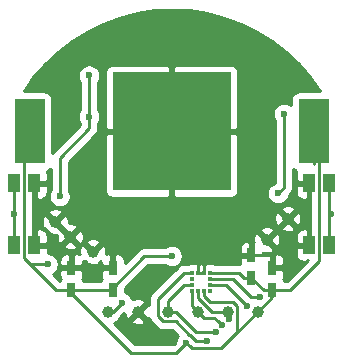
<source format=gtl>
G04 #@! TF.GenerationSoftware,KiCad,Pcbnew,5.1.5*
G04 #@! TF.CreationDate,2020-03-31T20:49:17+02:00*
G04 #@! TF.ProjectId,Watch,57617463-682e-46b6-9963-61645f706362,rev?*
G04 #@! TF.SameCoordinates,Original*
G04 #@! TF.FileFunction,Copper,L1,Top*
G04 #@! TF.FilePolarity,Positive*
%FSLAX46Y46*%
G04 Gerber Fmt 4.6, Leading zero omitted, Abs format (unit mm)*
G04 Created by KiCad (PCBNEW 5.1.5) date 2020-03-31 20:49:17*
%MOMM*%
%LPD*%
G04 APERTURE LIST*
%ADD10C,1.000000*%
%ADD11R,0.300000X0.350000*%
%ADD12R,2.500000X5.500000*%
%ADD13R,10.000000X10.000000*%
%ADD14R,0.750000X1.200000*%
%ADD15R,1.000000X1.550000*%
%ADD16C,0.600000*%
%ADD17C,0.250000*%
%ADD18C,0.254000*%
G04 APERTURE END LIST*
D10*
X145542000Y-105664000D03*
X147320000Y-103886000D03*
X130810000Y-106680000D03*
X128905000Y-105410000D03*
X127635000Y-104140000D03*
D11*
X139250000Y-110000000D03*
X139750000Y-110000000D03*
X140250000Y-110000000D03*
X140750000Y-110000000D03*
X140775000Y-109475000D03*
X140775000Y-108975000D03*
X140750000Y-108450000D03*
X140250000Y-108450000D03*
X139750000Y-108450000D03*
X139250000Y-108450000D03*
X139225000Y-108975000D03*
X139225000Y-109475000D03*
D12*
X149500000Y-96500000D03*
X125500000Y-96500000D03*
D13*
X137500000Y-96500000D03*
D14*
X146000000Y-109950000D03*
X146000000Y-108050000D03*
X144250000Y-108900000D03*
X144250000Y-107000000D03*
X132500000Y-109950000D03*
X132500000Y-108050000D03*
X129000000Y-109950000D03*
X129000000Y-108050000D03*
D10*
X139700000Y-111760000D03*
X137160000Y-111760000D03*
X132080000Y-111760000D03*
X144780000Y-111760000D03*
X142240000Y-111760000D03*
X134620000Y-111760000D03*
D15*
X149150000Y-106125000D03*
X149150000Y-100875000D03*
X150850000Y-100875000D03*
X150850000Y-106125000D03*
X125850000Y-100875000D03*
X125850000Y-106125000D03*
X124150000Y-106125000D03*
X124150000Y-100875000D03*
D16*
X127000000Y-107750000D03*
X137500000Y-107050008D03*
X138742557Y-114374981D03*
X134500000Y-104750000D03*
X137691949Y-114374990D03*
X146500000Y-101750000D03*
X147000000Y-95000000D03*
X128000000Y-102000000D03*
X130500000Y-91750000D03*
X130500000Y-95250000D03*
X141737984Y-112884613D03*
X141220702Y-113454996D03*
X133250000Y-111000000D03*
X142354676Y-112375010D03*
X151000000Y-103500000D03*
X124150000Y-103500000D03*
X143889636Y-111304735D03*
X145000000Y-110500000D03*
X140500000Y-114250000D03*
D17*
X127000000Y-107750000D02*
X125500000Y-107750000D01*
X129000000Y-109950000D02*
X127700000Y-109950000D01*
X125000000Y-107250000D02*
X125000000Y-97000000D01*
X127700000Y-109950000D02*
X125500000Y-107750000D01*
X125500000Y-107750000D02*
X125000000Y-107250000D01*
X125000000Y-97000000D02*
X125500000Y-96500000D01*
X146000000Y-109950000D02*
X147550000Y-109950000D01*
X150000000Y-107500000D02*
X150000000Y-97000000D01*
X147550000Y-109950000D02*
X150000000Y-107500000D01*
X150000000Y-97000000D02*
X149500000Y-96500000D01*
X129000000Y-109950000D02*
X132500000Y-109950000D01*
X149500000Y-96500000D02*
X149500000Y-99250000D01*
X146000000Y-110540000D02*
X146000000Y-109950000D01*
X144780000Y-111760000D02*
X146000000Y-110540000D01*
X145300000Y-109950000D02*
X144250000Y-108900000D01*
X146000000Y-109950000D02*
X145300000Y-109950000D01*
X141150000Y-108450000D02*
X140750000Y-108450000D01*
X143175000Y-108450000D02*
X141150000Y-108450000D01*
X143625000Y-108900000D02*
X143175000Y-108450000D01*
X144250000Y-108900000D02*
X143625000Y-108900000D01*
X138442558Y-114674980D02*
X138742557Y-114374981D01*
X137867538Y-115250000D02*
X138442558Y-114674980D01*
X129000000Y-109950000D02*
X129000000Y-110175000D01*
X134075000Y-115250000D02*
X137867538Y-115250000D01*
X139042556Y-114674980D02*
X138742557Y-114374981D01*
X139242586Y-114875010D02*
X139042556Y-114674980D01*
X141664990Y-114875010D02*
X139242586Y-114875010D01*
X129000000Y-110175000D02*
X134075000Y-115250000D01*
X140759999Y-110934999D02*
X142684999Y-110934999D01*
X140250000Y-110000000D02*
X140250000Y-110425000D01*
X140250000Y-110425000D02*
X140759999Y-110934999D01*
X143065001Y-111315001D02*
X143065001Y-113474999D01*
X143065001Y-113474999D02*
X141664990Y-114875010D01*
X142684999Y-110934999D02*
X143065001Y-111315001D01*
X143065001Y-113474999D02*
X144780000Y-111760000D01*
X132500000Y-109725000D02*
X132500000Y-109950000D01*
X135174992Y-107050008D02*
X132500000Y-109725000D01*
X135174992Y-107050008D02*
X137500000Y-107050008D01*
X137234990Y-114374990D02*
X137267685Y-114374990D01*
X134620000Y-111760000D02*
X137234990Y-114374990D01*
X137267685Y-114374990D02*
X137691949Y-114374990D01*
X140250000Y-108450000D02*
X139750000Y-108450000D01*
X139750000Y-108450000D02*
X139750000Y-106250000D01*
X138250000Y-104750000D02*
X139750000Y-106250000D01*
X134500000Y-104750000D02*
X138250000Y-104750000D01*
X140250000Y-106750000D02*
X139750000Y-106250000D01*
X140250000Y-108450000D02*
X140250000Y-106750000D01*
X146000000Y-107000000D02*
X146000000Y-108050000D01*
X144250000Y-107000000D02*
X146000000Y-107000000D01*
X147000000Y-95000000D02*
X147000000Y-101250000D01*
X147000000Y-101250000D02*
X146500000Y-101750000D01*
X130500000Y-95250000D02*
X130500000Y-96250000D01*
X128000000Y-98750000D02*
X128000000Y-102000000D01*
X130500000Y-96250000D02*
X128000000Y-98750000D01*
X130500000Y-91750000D02*
X130500000Y-95250000D01*
X139250000Y-111310000D02*
X139700000Y-111760000D01*
X139250000Y-110275000D02*
X139250000Y-111310000D01*
X139250000Y-110275000D02*
X139250000Y-110000000D01*
X139700000Y-111760000D02*
X140199999Y-112259999D01*
X141113370Y-112259999D02*
X141437985Y-112584614D01*
X140199999Y-112259999D02*
X141113370Y-112259999D01*
X141437985Y-112584614D02*
X141737984Y-112884613D01*
X137160000Y-111760000D02*
X137160000Y-110840000D01*
X138525000Y-109475000D02*
X139225000Y-109475000D01*
X137160000Y-110840000D02*
X138525000Y-109475000D01*
X137160000Y-111760000D02*
X137867106Y-111760000D01*
X137867106Y-111760000D02*
X139562102Y-113454996D01*
X140796438Y-113454996D02*
X141220702Y-113454996D01*
X139562102Y-113454996D02*
X140796438Y-113454996D01*
X133250000Y-111000000D02*
X132490000Y-111760000D01*
X132490000Y-111760000D02*
X132080000Y-111760000D01*
X141532894Y-111760000D02*
X142240000Y-111760000D01*
X140921002Y-111760000D02*
X141532894Y-111760000D01*
X139750000Y-110000000D02*
X139750000Y-110588998D01*
X139750000Y-110588998D02*
X140921002Y-111760000D01*
X142354676Y-111874676D02*
X142354676Y-111950746D01*
X142240000Y-111760000D02*
X142354676Y-111874676D01*
X142354676Y-111950746D02*
X142354676Y-112375010D01*
X150850000Y-103500000D02*
X151000000Y-103500000D01*
X150850000Y-106125000D02*
X150850000Y-103500000D01*
X150850000Y-103500000D02*
X150850000Y-100875000D01*
X124150000Y-100875000D02*
X124150000Y-103500000D01*
X124150000Y-103500000D02*
X124150000Y-106125000D01*
X142059901Y-109475000D02*
X143589637Y-111004736D01*
X140775000Y-109475000D02*
X142059901Y-109475000D01*
X143589637Y-111004736D02*
X143889636Y-111304735D01*
X142725000Y-108975000D02*
X140775000Y-108975000D01*
X144250000Y-110500000D02*
X142725000Y-108975000D01*
X145000000Y-110500000D02*
X144250000Y-110500000D01*
X138550000Y-108450000D02*
X139250000Y-108450000D01*
X139542580Y-114250000D02*
X139042559Y-113749979D01*
X136334999Y-112156001D02*
X136334999Y-110665001D01*
X136334999Y-110665001D02*
X138550000Y-108450000D01*
X139042559Y-113749979D02*
X138999979Y-113749979D01*
X136763999Y-112585001D02*
X136334999Y-112156001D01*
X137835001Y-112585001D02*
X136763999Y-112585001D01*
X138999979Y-113749979D02*
X137835001Y-112585001D01*
X139542580Y-114250000D02*
X140500000Y-114250000D01*
D18*
G36*
X138999013Y-86259005D02*
G01*
X140482643Y-86486289D01*
X141935668Y-86862503D01*
X143343177Y-87383787D01*
X144690727Y-88044792D01*
X145964490Y-88838735D01*
X147151396Y-89757469D01*
X148239266Y-90791566D01*
X149216937Y-91930416D01*
X150039294Y-93111928D01*
X148250000Y-93111928D01*
X148125518Y-93124188D01*
X148005820Y-93160498D01*
X147895506Y-93219463D01*
X147798815Y-93298815D01*
X147719463Y-93395506D01*
X147660498Y-93505820D01*
X147624188Y-93625518D01*
X147611928Y-93750000D01*
X147611928Y-94289638D01*
X147596028Y-94273738D01*
X147442889Y-94171414D01*
X147272729Y-94100932D01*
X147092089Y-94065000D01*
X146907911Y-94065000D01*
X146727271Y-94100932D01*
X146557111Y-94171414D01*
X146403972Y-94273738D01*
X146273738Y-94403972D01*
X146171414Y-94557111D01*
X146100932Y-94727271D01*
X146065000Y-94907911D01*
X146065000Y-95092089D01*
X146100932Y-95272729D01*
X146171414Y-95442889D01*
X146240000Y-95545536D01*
X146240001Y-100848400D01*
X146227271Y-100850932D01*
X146057111Y-100921414D01*
X145903972Y-101023738D01*
X145773738Y-101153972D01*
X145671414Y-101307111D01*
X145600932Y-101477271D01*
X145565000Y-101657911D01*
X145565000Y-101842089D01*
X145600932Y-102022729D01*
X145671414Y-102192889D01*
X145773738Y-102346028D01*
X145903972Y-102476262D01*
X146057111Y-102578586D01*
X146227271Y-102649068D01*
X146407911Y-102685000D01*
X146592089Y-102685000D01*
X146772729Y-102649068D01*
X146942889Y-102578586D01*
X147096028Y-102476262D01*
X147226262Y-102346028D01*
X147328586Y-102192889D01*
X147399068Y-102022729D01*
X147423153Y-101901648D01*
X147510997Y-101813804D01*
X147540001Y-101790001D01*
X147634974Y-101674276D01*
X147647949Y-101650000D01*
X148011928Y-101650000D01*
X148024188Y-101774482D01*
X148060498Y-101894180D01*
X148119463Y-102004494D01*
X148198815Y-102101185D01*
X148295506Y-102180537D01*
X148405820Y-102239502D01*
X148525518Y-102275812D01*
X148650000Y-102288072D01*
X148864250Y-102285000D01*
X149023000Y-102126250D01*
X149023000Y-101002000D01*
X148173750Y-101002000D01*
X148015000Y-101160750D01*
X148011928Y-101650000D01*
X147647949Y-101650000D01*
X147705546Y-101542247D01*
X147749003Y-101398986D01*
X147760000Y-101287333D01*
X147760000Y-101287325D01*
X147763676Y-101250000D01*
X147760000Y-101212675D01*
X147760000Y-99653889D01*
X147798815Y-99701185D01*
X147895506Y-99780537D01*
X148005820Y-99839502D01*
X148060423Y-99856066D01*
X148024188Y-99975518D01*
X148011928Y-100100000D01*
X148015000Y-100589250D01*
X148173750Y-100748000D01*
X149023000Y-100748000D01*
X149023000Y-100728000D01*
X149240001Y-100728000D01*
X149240000Y-106272000D01*
X149023000Y-106272000D01*
X149023000Y-106252000D01*
X148173750Y-106252000D01*
X148015000Y-106410750D01*
X148011928Y-106900000D01*
X148024188Y-107024482D01*
X148060498Y-107144180D01*
X148119463Y-107254494D01*
X148198815Y-107351185D01*
X148295506Y-107430537D01*
X148405820Y-107489502D01*
X148525518Y-107525812D01*
X148650000Y-107538072D01*
X148864250Y-107535000D01*
X149022998Y-107376252D01*
X149022998Y-107402200D01*
X147235199Y-109190000D01*
X146990038Y-109190000D01*
X146964502Y-109105820D01*
X146907939Y-109000000D01*
X146964502Y-108894180D01*
X147000812Y-108774482D01*
X147013072Y-108650000D01*
X147010000Y-108335750D01*
X146851250Y-108177000D01*
X146127000Y-108177000D01*
X146127000Y-108197000D01*
X145873000Y-108197000D01*
X145873000Y-108177000D01*
X145853000Y-108177000D01*
X145853000Y-107923000D01*
X145873000Y-107923000D01*
X145873000Y-106973750D01*
X146127000Y-106973750D01*
X146127000Y-107923000D01*
X146851250Y-107923000D01*
X147010000Y-107764250D01*
X147013072Y-107450000D01*
X147000812Y-107325518D01*
X146964502Y-107205820D01*
X146905537Y-107095506D01*
X146826185Y-106998815D01*
X146729494Y-106919463D01*
X146619180Y-106860498D01*
X146499482Y-106824188D01*
X146375000Y-106811928D01*
X146285750Y-106815000D01*
X146127000Y-106973750D01*
X145873000Y-106973750D01*
X145714250Y-106815000D01*
X145625000Y-106811928D01*
X145500518Y-106824188D01*
X145380820Y-106860498D01*
X145270506Y-106919463D01*
X145260000Y-106928085D01*
X145260000Y-106872998D01*
X145101252Y-106872998D01*
X145219505Y-106754745D01*
X145400905Y-106795731D01*
X145624406Y-106801511D01*
X145844740Y-106763577D01*
X146053440Y-106683387D01*
X146105450Y-106655588D01*
X146140561Y-106442166D01*
X145542000Y-105843605D01*
X145527858Y-105857748D01*
X145348253Y-105678143D01*
X145362395Y-105664000D01*
X145721605Y-105664000D01*
X146320166Y-106262561D01*
X146533588Y-106227450D01*
X146624458Y-106023174D01*
X146673731Y-105805095D01*
X146679511Y-105581594D01*
X146641577Y-105361260D01*
X146637251Y-105350000D01*
X148011928Y-105350000D01*
X148015000Y-105839250D01*
X148173750Y-105998000D01*
X149023000Y-105998000D01*
X149023000Y-104873750D01*
X148864250Y-104715000D01*
X148650000Y-104711928D01*
X148525518Y-104724188D01*
X148405820Y-104760498D01*
X148295506Y-104819463D01*
X148198815Y-104898815D01*
X148119463Y-104995506D01*
X148060498Y-105105820D01*
X148024188Y-105225518D01*
X148011928Y-105350000D01*
X146637251Y-105350000D01*
X146561387Y-105152560D01*
X146533588Y-105100550D01*
X146320166Y-105065439D01*
X145721605Y-105664000D01*
X145362395Y-105664000D01*
X144763834Y-105065439D01*
X144550412Y-105100550D01*
X144459542Y-105304826D01*
X144410269Y-105522905D01*
X144404489Y-105746406D01*
X144426499Y-105874251D01*
X144377000Y-105923750D01*
X144377000Y-106873000D01*
X144397000Y-106873000D01*
X144397000Y-107127000D01*
X144377000Y-107127000D01*
X144377000Y-107147000D01*
X144123000Y-107147000D01*
X144123000Y-107127000D01*
X143398750Y-107127000D01*
X143240000Y-107285750D01*
X143236928Y-107600000D01*
X143246120Y-107693328D01*
X143212333Y-107690000D01*
X143212322Y-107690000D01*
X143175000Y-107686324D01*
X143137678Y-107690000D01*
X141152603Y-107690000D01*
X141144180Y-107685498D01*
X141024482Y-107649188D01*
X140900000Y-107636928D01*
X140600000Y-107636928D01*
X140493571Y-107647410D01*
X140431750Y-107640000D01*
X140399503Y-107672247D01*
X140355820Y-107685498D01*
X140248420Y-107742905D01*
X140163045Y-107693671D01*
X140100840Y-107672590D01*
X140068250Y-107640000D01*
X140000000Y-107648181D01*
X139931750Y-107640000D01*
X139899160Y-107672590D01*
X139836955Y-107693671D01*
X139751580Y-107742905D01*
X139644180Y-107685498D01*
X139600497Y-107672247D01*
X139568250Y-107640000D01*
X139506429Y-107647410D01*
X139400000Y-107636928D01*
X139100000Y-107636928D01*
X138975518Y-107649188D01*
X138855820Y-107685498D01*
X138847397Y-107690000D01*
X138587322Y-107690000D01*
X138549999Y-107686324D01*
X138512676Y-107690000D01*
X138512667Y-107690000D01*
X138401014Y-107700997D01*
X138257753Y-107744454D01*
X138125724Y-107815026D01*
X138125722Y-107815027D01*
X138125723Y-107815027D01*
X138038996Y-107886201D01*
X138038992Y-107886205D01*
X138009999Y-107909999D01*
X137986205Y-107938992D01*
X135823997Y-110101202D01*
X135794999Y-110125000D01*
X135771201Y-110153998D01*
X135771200Y-110153999D01*
X135700025Y-110240725D01*
X135629453Y-110372755D01*
X135608771Y-110440937D01*
X135585997Y-110516015D01*
X135583635Y-110540000D01*
X135571323Y-110665001D01*
X135575000Y-110702333D01*
X135575000Y-111190531D01*
X135398166Y-111161439D01*
X134799605Y-111760000D01*
X135398166Y-112358561D01*
X135592547Y-112326583D01*
X135625743Y-112436015D01*
X135629453Y-112448247D01*
X135700025Y-112580277D01*
X135735644Y-112623678D01*
X135794998Y-112696002D01*
X135824002Y-112719805D01*
X136200195Y-113095998D01*
X136223998Y-113125002D01*
X136293776Y-113182267D01*
X136339723Y-113219975D01*
X136471752Y-113290547D01*
X136615013Y-113334004D01*
X136763999Y-113348678D01*
X136801332Y-113345001D01*
X137520200Y-113345001D01*
X137991404Y-113816205D01*
X137913971Y-113932092D01*
X137843489Y-114102252D01*
X137819404Y-114223332D01*
X137552737Y-114490000D01*
X134389802Y-114490000D01*
X132646399Y-112746597D01*
X132803520Y-112641612D01*
X132906966Y-112538166D01*
X134021439Y-112538166D01*
X134056550Y-112751588D01*
X134260826Y-112842458D01*
X134478905Y-112891731D01*
X134702406Y-112897511D01*
X134922740Y-112859577D01*
X135131440Y-112779387D01*
X135183450Y-112751588D01*
X135218561Y-112538166D01*
X134620000Y-111939605D01*
X134021439Y-112538166D01*
X132906966Y-112538166D01*
X132961612Y-112483520D01*
X133085824Y-112297624D01*
X133127294Y-112197507D01*
X133401649Y-111923153D01*
X133493254Y-111904931D01*
X133520423Y-112062740D01*
X133600613Y-112271440D01*
X133628412Y-112323450D01*
X133841834Y-112358561D01*
X134440395Y-111760000D01*
X134426253Y-111745858D01*
X134605858Y-111566253D01*
X134620000Y-111580395D01*
X135218561Y-110981834D01*
X135183450Y-110768412D01*
X134979174Y-110677542D01*
X134761095Y-110628269D01*
X134537594Y-110622489D01*
X134317260Y-110660423D01*
X134148274Y-110725354D01*
X134078586Y-110557111D01*
X133976262Y-110403972D01*
X133846028Y-110273738D01*
X133692889Y-110171414D01*
X133522729Y-110100932D01*
X133513072Y-110099011D01*
X133513072Y-109786729D01*
X135489794Y-107810008D01*
X136954465Y-107810008D01*
X137057111Y-107878594D01*
X137227271Y-107949076D01*
X137407911Y-107985008D01*
X137592089Y-107985008D01*
X137772729Y-107949076D01*
X137942889Y-107878594D01*
X138096028Y-107776270D01*
X138226262Y-107646036D01*
X138328586Y-107492897D01*
X138399068Y-107322737D01*
X138435000Y-107142097D01*
X138435000Y-106957919D01*
X138399068Y-106777279D01*
X138328586Y-106607119D01*
X138226262Y-106453980D01*
X138172282Y-106400000D01*
X143236928Y-106400000D01*
X143240000Y-106714250D01*
X143398750Y-106873000D01*
X144123000Y-106873000D01*
X144123000Y-105923750D01*
X143964250Y-105765000D01*
X143875000Y-105761928D01*
X143750518Y-105774188D01*
X143630820Y-105810498D01*
X143520506Y-105869463D01*
X143423815Y-105948815D01*
X143344463Y-106045506D01*
X143285498Y-106155820D01*
X143249188Y-106275518D01*
X143236928Y-106400000D01*
X138172282Y-106400000D01*
X138096028Y-106323746D01*
X137942889Y-106221422D01*
X137772729Y-106150940D01*
X137592089Y-106115008D01*
X137407911Y-106115008D01*
X137227271Y-106150940D01*
X137057111Y-106221422D01*
X136954465Y-106290008D01*
X135212315Y-106290008D01*
X135174992Y-106286332D01*
X135137669Y-106290008D01*
X135137659Y-106290008D01*
X135026006Y-106301005D01*
X134882745Y-106344462D01*
X134750715Y-106415034D01*
X134703260Y-106453980D01*
X134634991Y-106510007D01*
X134611193Y-106539005D01*
X133511225Y-107638974D01*
X133513072Y-107450000D01*
X133500812Y-107325518D01*
X133464502Y-107205820D01*
X133405537Y-107095506D01*
X133326185Y-106998815D01*
X133229494Y-106919463D01*
X133119180Y-106860498D01*
X132999482Y-106824188D01*
X132875000Y-106811928D01*
X132785750Y-106815000D01*
X132627000Y-106973750D01*
X132627000Y-107923000D01*
X132647000Y-107923000D01*
X132647000Y-108177000D01*
X132627000Y-108177000D01*
X132627000Y-108197000D01*
X132373000Y-108197000D01*
X132373000Y-108177000D01*
X131648750Y-108177000D01*
X131490000Y-108335750D01*
X131486928Y-108650000D01*
X131499188Y-108774482D01*
X131535498Y-108894180D01*
X131592061Y-109000000D01*
X131535498Y-109105820D01*
X131509962Y-109190000D01*
X129990038Y-109190000D01*
X129964502Y-109105820D01*
X129907939Y-109000000D01*
X129964502Y-108894180D01*
X130000812Y-108774482D01*
X130013072Y-108650000D01*
X130010000Y-108335750D01*
X129851250Y-108177000D01*
X129127000Y-108177000D01*
X129127000Y-108197000D01*
X128873000Y-108197000D01*
X128873000Y-108177000D01*
X128148750Y-108177000D01*
X127990000Y-108335750D01*
X127986928Y-108650000D01*
X127999188Y-108774482D01*
X128035498Y-108894180D01*
X128092061Y-109000000D01*
X128035498Y-109105820D01*
X128011089Y-109186287D01*
X127414957Y-108590156D01*
X127442889Y-108578586D01*
X127596028Y-108476262D01*
X127726262Y-108346028D01*
X127828586Y-108192889D01*
X127899068Y-108022729D01*
X127935000Y-107842089D01*
X127935000Y-107657911D01*
X127899068Y-107477271D01*
X127887773Y-107450000D01*
X127986928Y-107450000D01*
X127990000Y-107764250D01*
X128148750Y-107923000D01*
X128873000Y-107923000D01*
X128873000Y-106973750D01*
X129127000Y-106973750D01*
X129127000Y-107923000D01*
X129851250Y-107923000D01*
X130010000Y-107764250D01*
X130012635Y-107494665D01*
X130093789Y-107575819D01*
X130211439Y-107458169D01*
X130246550Y-107671588D01*
X130450826Y-107762458D01*
X130668905Y-107811731D01*
X130892406Y-107817511D01*
X131112740Y-107779577D01*
X131321440Y-107699387D01*
X131373450Y-107671588D01*
X131408561Y-107458169D01*
X131487782Y-107537390D01*
X131490000Y-107764250D01*
X131648750Y-107923000D01*
X132373000Y-107923000D01*
X132373000Y-106973750D01*
X132214250Y-106815000D01*
X132125000Y-106811928D01*
X132000518Y-106824188D01*
X131936655Y-106843561D01*
X131941731Y-106821095D01*
X131947511Y-106597594D01*
X131909577Y-106377260D01*
X131829387Y-106168560D01*
X131801588Y-106116550D01*
X131588166Y-106081439D01*
X130989605Y-106680000D01*
X131003748Y-106694143D01*
X130824143Y-106873748D01*
X130810000Y-106859605D01*
X130795858Y-106873748D01*
X130616253Y-106694143D01*
X130630395Y-106680000D01*
X130031834Y-106081439D01*
X129818412Y-106116550D01*
X129727542Y-106320826D01*
X129678269Y-106538905D01*
X129672489Y-106762406D01*
X129696492Y-106901823D01*
X129619180Y-106860498D01*
X129499482Y-106824188D01*
X129375000Y-106811928D01*
X129285750Y-106815000D01*
X129127000Y-106973750D01*
X128873000Y-106973750D01*
X128714250Y-106815000D01*
X128625000Y-106811928D01*
X128500518Y-106824188D01*
X128380820Y-106860498D01*
X128270506Y-106919463D01*
X128173815Y-106998815D01*
X128094463Y-107095506D01*
X128035498Y-107205820D01*
X127999188Y-107325518D01*
X127986928Y-107450000D01*
X127887773Y-107450000D01*
X127828586Y-107307111D01*
X127726262Y-107153972D01*
X127596028Y-107023738D01*
X127442889Y-106921414D01*
X127272729Y-106850932D01*
X127092089Y-106815000D01*
X126987538Y-106815000D01*
X126985000Y-106410750D01*
X126826250Y-106252000D01*
X125977000Y-106252000D01*
X125977000Y-106272000D01*
X125760000Y-106272000D01*
X125760000Y-106188166D01*
X128306439Y-106188166D01*
X128341550Y-106401588D01*
X128545826Y-106492458D01*
X128763905Y-106541731D01*
X128987406Y-106547511D01*
X129207740Y-106509577D01*
X129416440Y-106429387D01*
X129468450Y-106401588D01*
X129503561Y-106188166D01*
X128905000Y-105589605D01*
X128306439Y-106188166D01*
X125760000Y-106188166D01*
X125760000Y-104873750D01*
X125977000Y-104873750D01*
X125977000Y-105998000D01*
X126826250Y-105998000D01*
X126985000Y-105839250D01*
X126988072Y-105350000D01*
X126975812Y-105225518D01*
X126939502Y-105105820D01*
X126882904Y-104999934D01*
X126918789Y-105035819D01*
X127036439Y-104918169D01*
X127071550Y-105131588D01*
X127275826Y-105222458D01*
X127493905Y-105271731D01*
X127717406Y-105277511D01*
X127773507Y-105267852D01*
X127773269Y-105268905D01*
X127767489Y-105492406D01*
X127805423Y-105712740D01*
X127885613Y-105921440D01*
X127913412Y-105973450D01*
X128126834Y-106008561D01*
X128725395Y-105410000D01*
X129084605Y-105410000D01*
X129683166Y-106008561D01*
X129896588Y-105973450D01*
X129928445Y-105901834D01*
X130211439Y-105901834D01*
X130810000Y-106500395D01*
X131408561Y-105901834D01*
X131373450Y-105688412D01*
X131169174Y-105597542D01*
X130951095Y-105548269D01*
X130727594Y-105542489D01*
X130507260Y-105580423D01*
X130298560Y-105660613D01*
X130246550Y-105688412D01*
X130211439Y-105901834D01*
X129928445Y-105901834D01*
X129987458Y-105769174D01*
X130036731Y-105551095D01*
X130042511Y-105327594D01*
X130004577Y-105107260D01*
X129924387Y-104898560D01*
X129917586Y-104885834D01*
X144943439Y-104885834D01*
X145542000Y-105484395D01*
X146140561Y-104885834D01*
X146105450Y-104672412D01*
X146086913Y-104664166D01*
X146721439Y-104664166D01*
X146756550Y-104877588D01*
X146960826Y-104968458D01*
X147178905Y-105017731D01*
X147402406Y-105023511D01*
X147622740Y-104985577D01*
X147831440Y-104905387D01*
X147883450Y-104877588D01*
X147918561Y-104664166D01*
X147320000Y-104065605D01*
X146721439Y-104664166D01*
X146086913Y-104664166D01*
X145901174Y-104581542D01*
X145683095Y-104532269D01*
X145459594Y-104526489D01*
X145239260Y-104564423D01*
X145030560Y-104644613D01*
X144978550Y-104672412D01*
X144943439Y-104885834D01*
X129917586Y-104885834D01*
X129896588Y-104846550D01*
X129683166Y-104811439D01*
X129084605Y-105410000D01*
X128725395Y-105410000D01*
X127635000Y-104319605D01*
X127620858Y-104333748D01*
X127441253Y-104154143D01*
X127455395Y-104140000D01*
X127814605Y-104140000D01*
X128905000Y-105230395D01*
X129503561Y-104631834D01*
X129468450Y-104418412D01*
X129264174Y-104327542D01*
X129046095Y-104278269D01*
X128822594Y-104272489D01*
X128766493Y-104282148D01*
X128766731Y-104281095D01*
X128772511Y-104057594D01*
X128757156Y-103968406D01*
X146182489Y-103968406D01*
X146220423Y-104188740D01*
X146300613Y-104397440D01*
X146328412Y-104449450D01*
X146541834Y-104484561D01*
X147140395Y-103886000D01*
X147499605Y-103886000D01*
X148098166Y-104484561D01*
X148311588Y-104449450D01*
X148402458Y-104245174D01*
X148451731Y-104027095D01*
X148457511Y-103803594D01*
X148419577Y-103583260D01*
X148339387Y-103374560D01*
X148311588Y-103322550D01*
X148098166Y-103287439D01*
X147499605Y-103886000D01*
X147140395Y-103886000D01*
X146541834Y-103287439D01*
X146328412Y-103322550D01*
X146237542Y-103526826D01*
X146188269Y-103744905D01*
X146182489Y-103968406D01*
X128757156Y-103968406D01*
X128734577Y-103837260D01*
X128654387Y-103628560D01*
X128626588Y-103576550D01*
X128413166Y-103541439D01*
X127814605Y-104140000D01*
X127455395Y-104140000D01*
X126856834Y-103541439D01*
X126643412Y-103576550D01*
X126552542Y-103780826D01*
X126503269Y-103998905D01*
X126497489Y-104222406D01*
X126535423Y-104442740D01*
X126615613Y-104651440D01*
X126643412Y-104703450D01*
X126856831Y-104738561D01*
X126743729Y-104851663D01*
X126704494Y-104819463D01*
X126594180Y-104760498D01*
X126474482Y-104724188D01*
X126350000Y-104711928D01*
X126135750Y-104715000D01*
X125977000Y-104873750D01*
X125760000Y-104873750D01*
X125760000Y-103361834D01*
X127036439Y-103361834D01*
X127635000Y-103960395D01*
X128233561Y-103361834D01*
X128198450Y-103148412D01*
X128107231Y-103107834D01*
X146721439Y-103107834D01*
X147320000Y-103706395D01*
X147918561Y-103107834D01*
X147883450Y-102894412D01*
X147679174Y-102803542D01*
X147461095Y-102754269D01*
X147237594Y-102748489D01*
X147017260Y-102786423D01*
X146808560Y-102866613D01*
X146756550Y-102894412D01*
X146721439Y-103107834D01*
X128107231Y-103107834D01*
X127994174Y-103057542D01*
X127776095Y-103008269D01*
X127552594Y-103002489D01*
X127332260Y-103040423D01*
X127123560Y-103120613D01*
X127071550Y-103148412D01*
X127036439Y-103361834D01*
X125760000Y-103361834D01*
X125760000Y-101002000D01*
X125977000Y-101002000D01*
X125977000Y-102126250D01*
X126135750Y-102285000D01*
X126350000Y-102288072D01*
X126474482Y-102275812D01*
X126594180Y-102239502D01*
X126704494Y-102180537D01*
X126801185Y-102101185D01*
X126880537Y-102004494D01*
X126939502Y-101894180D01*
X126975812Y-101774482D01*
X126988072Y-101650000D01*
X126985000Y-101160750D01*
X126826250Y-101002000D01*
X125977000Y-101002000D01*
X125760000Y-101002000D01*
X125760000Y-100728000D01*
X125977000Y-100728000D01*
X125977000Y-100748000D01*
X126826250Y-100748000D01*
X126985000Y-100589250D01*
X126988072Y-100100000D01*
X126975812Y-99975518D01*
X126939577Y-99856066D01*
X126994180Y-99839502D01*
X127104494Y-99780537D01*
X127201185Y-99701185D01*
X127240000Y-99653888D01*
X127240001Y-101454463D01*
X127171414Y-101557111D01*
X127100932Y-101727271D01*
X127065000Y-101907911D01*
X127065000Y-102092089D01*
X127100932Y-102272729D01*
X127171414Y-102442889D01*
X127273738Y-102596028D01*
X127403972Y-102726262D01*
X127557111Y-102828586D01*
X127727271Y-102899068D01*
X127907911Y-102935000D01*
X128092089Y-102935000D01*
X128272729Y-102899068D01*
X128442889Y-102828586D01*
X128596028Y-102726262D01*
X128726262Y-102596028D01*
X128828586Y-102442889D01*
X128899068Y-102272729D01*
X128935000Y-102092089D01*
X128935000Y-101907911D01*
X128899068Y-101727271D01*
X128828586Y-101557111D01*
X128790426Y-101500000D01*
X131861928Y-101500000D01*
X131874188Y-101624482D01*
X131910498Y-101744180D01*
X131969463Y-101854494D01*
X132048815Y-101951185D01*
X132145506Y-102030537D01*
X132255820Y-102089502D01*
X132375518Y-102125812D01*
X132500000Y-102138072D01*
X137214250Y-102135000D01*
X137373000Y-101976250D01*
X137373000Y-96627000D01*
X137627000Y-96627000D01*
X137627000Y-101976250D01*
X137785750Y-102135000D01*
X142500000Y-102138072D01*
X142624482Y-102125812D01*
X142744180Y-102089502D01*
X142854494Y-102030537D01*
X142951185Y-101951185D01*
X143030537Y-101854494D01*
X143089502Y-101744180D01*
X143125812Y-101624482D01*
X143138072Y-101500000D01*
X143135000Y-96785750D01*
X142976250Y-96627000D01*
X137627000Y-96627000D01*
X137373000Y-96627000D01*
X132023750Y-96627000D01*
X131865000Y-96785750D01*
X131861928Y-101500000D01*
X128790426Y-101500000D01*
X128760000Y-101454465D01*
X128760000Y-99064801D01*
X131011003Y-96813799D01*
X131040001Y-96790001D01*
X131066332Y-96757917D01*
X131134974Y-96674277D01*
X131205546Y-96542247D01*
X131218361Y-96500000D01*
X131249003Y-96398986D01*
X131260000Y-96287333D01*
X131260000Y-96287323D01*
X131263676Y-96250000D01*
X131260000Y-96212677D01*
X131260000Y-95795535D01*
X131328586Y-95692889D01*
X131399068Y-95522729D01*
X131435000Y-95342089D01*
X131435000Y-95157911D01*
X131399068Y-94977271D01*
X131328586Y-94807111D01*
X131260000Y-94704465D01*
X131260000Y-92295535D01*
X131328586Y-92192889D01*
X131399068Y-92022729D01*
X131435000Y-91842089D01*
X131435000Y-91657911D01*
X131403590Y-91500000D01*
X131861928Y-91500000D01*
X131865000Y-96214250D01*
X132023750Y-96373000D01*
X137373000Y-96373000D01*
X137373000Y-91023750D01*
X137627000Y-91023750D01*
X137627000Y-96373000D01*
X142976250Y-96373000D01*
X143135000Y-96214250D01*
X143138072Y-91500000D01*
X143125812Y-91375518D01*
X143089502Y-91255820D01*
X143030537Y-91145506D01*
X142951185Y-91048815D01*
X142854494Y-90969463D01*
X142744180Y-90910498D01*
X142624482Y-90874188D01*
X142500000Y-90861928D01*
X137785750Y-90865000D01*
X137627000Y-91023750D01*
X137373000Y-91023750D01*
X137214250Y-90865000D01*
X132500000Y-90861928D01*
X132375518Y-90874188D01*
X132255820Y-90910498D01*
X132145506Y-90969463D01*
X132048815Y-91048815D01*
X131969463Y-91145506D01*
X131910498Y-91255820D01*
X131874188Y-91375518D01*
X131861928Y-91500000D01*
X131403590Y-91500000D01*
X131399068Y-91477271D01*
X131328586Y-91307111D01*
X131226262Y-91153972D01*
X131096028Y-91023738D01*
X130942889Y-90921414D01*
X130772729Y-90850932D01*
X130592089Y-90815000D01*
X130407911Y-90815000D01*
X130227271Y-90850932D01*
X130057111Y-90921414D01*
X129903972Y-91023738D01*
X129773738Y-91153972D01*
X129671414Y-91307111D01*
X129600932Y-91477271D01*
X129565000Y-91657911D01*
X129565000Y-91842089D01*
X129600932Y-92022729D01*
X129671414Y-92192889D01*
X129740000Y-92295536D01*
X129740001Y-94704463D01*
X129671414Y-94807111D01*
X129600932Y-94977271D01*
X129565000Y-95157911D01*
X129565000Y-95342089D01*
X129600932Y-95522729D01*
X129671414Y-95692889D01*
X129740001Y-95795536D01*
X129740001Y-95935197D01*
X127489003Y-98186196D01*
X127459999Y-98209999D01*
X127404871Y-98277174D01*
X127388072Y-98297643D01*
X127388072Y-93750000D01*
X127375812Y-93625518D01*
X127339502Y-93505820D01*
X127280537Y-93395506D01*
X127201185Y-93298815D01*
X127104494Y-93219463D01*
X126994180Y-93160498D01*
X126874482Y-93124188D01*
X126750000Y-93111928D01*
X124960706Y-93111928D01*
X125783063Y-91930416D01*
X126760734Y-90791566D01*
X127848604Y-89757469D01*
X129035510Y-88838735D01*
X130309273Y-88044792D01*
X131656823Y-87383787D01*
X133064332Y-86862503D01*
X134517357Y-86486289D01*
X136000987Y-86259005D01*
X137500000Y-86182984D01*
X138999013Y-86259005D01*
G37*
X138999013Y-86259005D02*
X140482643Y-86486289D01*
X141935668Y-86862503D01*
X143343177Y-87383787D01*
X144690727Y-88044792D01*
X145964490Y-88838735D01*
X147151396Y-89757469D01*
X148239266Y-90791566D01*
X149216937Y-91930416D01*
X150039294Y-93111928D01*
X148250000Y-93111928D01*
X148125518Y-93124188D01*
X148005820Y-93160498D01*
X147895506Y-93219463D01*
X147798815Y-93298815D01*
X147719463Y-93395506D01*
X147660498Y-93505820D01*
X147624188Y-93625518D01*
X147611928Y-93750000D01*
X147611928Y-94289638D01*
X147596028Y-94273738D01*
X147442889Y-94171414D01*
X147272729Y-94100932D01*
X147092089Y-94065000D01*
X146907911Y-94065000D01*
X146727271Y-94100932D01*
X146557111Y-94171414D01*
X146403972Y-94273738D01*
X146273738Y-94403972D01*
X146171414Y-94557111D01*
X146100932Y-94727271D01*
X146065000Y-94907911D01*
X146065000Y-95092089D01*
X146100932Y-95272729D01*
X146171414Y-95442889D01*
X146240000Y-95545536D01*
X146240001Y-100848400D01*
X146227271Y-100850932D01*
X146057111Y-100921414D01*
X145903972Y-101023738D01*
X145773738Y-101153972D01*
X145671414Y-101307111D01*
X145600932Y-101477271D01*
X145565000Y-101657911D01*
X145565000Y-101842089D01*
X145600932Y-102022729D01*
X145671414Y-102192889D01*
X145773738Y-102346028D01*
X145903972Y-102476262D01*
X146057111Y-102578586D01*
X146227271Y-102649068D01*
X146407911Y-102685000D01*
X146592089Y-102685000D01*
X146772729Y-102649068D01*
X146942889Y-102578586D01*
X147096028Y-102476262D01*
X147226262Y-102346028D01*
X147328586Y-102192889D01*
X147399068Y-102022729D01*
X147423153Y-101901648D01*
X147510997Y-101813804D01*
X147540001Y-101790001D01*
X147634974Y-101674276D01*
X147647949Y-101650000D01*
X148011928Y-101650000D01*
X148024188Y-101774482D01*
X148060498Y-101894180D01*
X148119463Y-102004494D01*
X148198815Y-102101185D01*
X148295506Y-102180537D01*
X148405820Y-102239502D01*
X148525518Y-102275812D01*
X148650000Y-102288072D01*
X148864250Y-102285000D01*
X149023000Y-102126250D01*
X149023000Y-101002000D01*
X148173750Y-101002000D01*
X148015000Y-101160750D01*
X148011928Y-101650000D01*
X147647949Y-101650000D01*
X147705546Y-101542247D01*
X147749003Y-101398986D01*
X147760000Y-101287333D01*
X147760000Y-101287325D01*
X147763676Y-101250000D01*
X147760000Y-101212675D01*
X147760000Y-99653889D01*
X147798815Y-99701185D01*
X147895506Y-99780537D01*
X148005820Y-99839502D01*
X148060423Y-99856066D01*
X148024188Y-99975518D01*
X148011928Y-100100000D01*
X148015000Y-100589250D01*
X148173750Y-100748000D01*
X149023000Y-100748000D01*
X149023000Y-100728000D01*
X149240001Y-100728000D01*
X149240000Y-106272000D01*
X149023000Y-106272000D01*
X149023000Y-106252000D01*
X148173750Y-106252000D01*
X148015000Y-106410750D01*
X148011928Y-106900000D01*
X148024188Y-107024482D01*
X148060498Y-107144180D01*
X148119463Y-107254494D01*
X148198815Y-107351185D01*
X148295506Y-107430537D01*
X148405820Y-107489502D01*
X148525518Y-107525812D01*
X148650000Y-107538072D01*
X148864250Y-107535000D01*
X149022998Y-107376252D01*
X149022998Y-107402200D01*
X147235199Y-109190000D01*
X146990038Y-109190000D01*
X146964502Y-109105820D01*
X146907939Y-109000000D01*
X146964502Y-108894180D01*
X147000812Y-108774482D01*
X147013072Y-108650000D01*
X147010000Y-108335750D01*
X146851250Y-108177000D01*
X146127000Y-108177000D01*
X146127000Y-108197000D01*
X145873000Y-108197000D01*
X145873000Y-108177000D01*
X145853000Y-108177000D01*
X145853000Y-107923000D01*
X145873000Y-107923000D01*
X145873000Y-106973750D01*
X146127000Y-106973750D01*
X146127000Y-107923000D01*
X146851250Y-107923000D01*
X147010000Y-107764250D01*
X147013072Y-107450000D01*
X147000812Y-107325518D01*
X146964502Y-107205820D01*
X146905537Y-107095506D01*
X146826185Y-106998815D01*
X146729494Y-106919463D01*
X146619180Y-106860498D01*
X146499482Y-106824188D01*
X146375000Y-106811928D01*
X146285750Y-106815000D01*
X146127000Y-106973750D01*
X145873000Y-106973750D01*
X145714250Y-106815000D01*
X145625000Y-106811928D01*
X145500518Y-106824188D01*
X145380820Y-106860498D01*
X145270506Y-106919463D01*
X145260000Y-106928085D01*
X145260000Y-106872998D01*
X145101252Y-106872998D01*
X145219505Y-106754745D01*
X145400905Y-106795731D01*
X145624406Y-106801511D01*
X145844740Y-106763577D01*
X146053440Y-106683387D01*
X146105450Y-106655588D01*
X146140561Y-106442166D01*
X145542000Y-105843605D01*
X145527858Y-105857748D01*
X145348253Y-105678143D01*
X145362395Y-105664000D01*
X145721605Y-105664000D01*
X146320166Y-106262561D01*
X146533588Y-106227450D01*
X146624458Y-106023174D01*
X146673731Y-105805095D01*
X146679511Y-105581594D01*
X146641577Y-105361260D01*
X146637251Y-105350000D01*
X148011928Y-105350000D01*
X148015000Y-105839250D01*
X148173750Y-105998000D01*
X149023000Y-105998000D01*
X149023000Y-104873750D01*
X148864250Y-104715000D01*
X148650000Y-104711928D01*
X148525518Y-104724188D01*
X148405820Y-104760498D01*
X148295506Y-104819463D01*
X148198815Y-104898815D01*
X148119463Y-104995506D01*
X148060498Y-105105820D01*
X148024188Y-105225518D01*
X148011928Y-105350000D01*
X146637251Y-105350000D01*
X146561387Y-105152560D01*
X146533588Y-105100550D01*
X146320166Y-105065439D01*
X145721605Y-105664000D01*
X145362395Y-105664000D01*
X144763834Y-105065439D01*
X144550412Y-105100550D01*
X144459542Y-105304826D01*
X144410269Y-105522905D01*
X144404489Y-105746406D01*
X144426499Y-105874251D01*
X144377000Y-105923750D01*
X144377000Y-106873000D01*
X144397000Y-106873000D01*
X144397000Y-107127000D01*
X144377000Y-107127000D01*
X144377000Y-107147000D01*
X144123000Y-107147000D01*
X144123000Y-107127000D01*
X143398750Y-107127000D01*
X143240000Y-107285750D01*
X143236928Y-107600000D01*
X143246120Y-107693328D01*
X143212333Y-107690000D01*
X143212322Y-107690000D01*
X143175000Y-107686324D01*
X143137678Y-107690000D01*
X141152603Y-107690000D01*
X141144180Y-107685498D01*
X141024482Y-107649188D01*
X140900000Y-107636928D01*
X140600000Y-107636928D01*
X140493571Y-107647410D01*
X140431750Y-107640000D01*
X140399503Y-107672247D01*
X140355820Y-107685498D01*
X140248420Y-107742905D01*
X140163045Y-107693671D01*
X140100840Y-107672590D01*
X140068250Y-107640000D01*
X140000000Y-107648181D01*
X139931750Y-107640000D01*
X139899160Y-107672590D01*
X139836955Y-107693671D01*
X139751580Y-107742905D01*
X139644180Y-107685498D01*
X139600497Y-107672247D01*
X139568250Y-107640000D01*
X139506429Y-107647410D01*
X139400000Y-107636928D01*
X139100000Y-107636928D01*
X138975518Y-107649188D01*
X138855820Y-107685498D01*
X138847397Y-107690000D01*
X138587322Y-107690000D01*
X138549999Y-107686324D01*
X138512676Y-107690000D01*
X138512667Y-107690000D01*
X138401014Y-107700997D01*
X138257753Y-107744454D01*
X138125724Y-107815026D01*
X138125722Y-107815027D01*
X138125723Y-107815027D01*
X138038996Y-107886201D01*
X138038992Y-107886205D01*
X138009999Y-107909999D01*
X137986205Y-107938992D01*
X135823997Y-110101202D01*
X135794999Y-110125000D01*
X135771201Y-110153998D01*
X135771200Y-110153999D01*
X135700025Y-110240725D01*
X135629453Y-110372755D01*
X135608771Y-110440937D01*
X135585997Y-110516015D01*
X135583635Y-110540000D01*
X135571323Y-110665001D01*
X135575000Y-110702333D01*
X135575000Y-111190531D01*
X135398166Y-111161439D01*
X134799605Y-111760000D01*
X135398166Y-112358561D01*
X135592547Y-112326583D01*
X135625743Y-112436015D01*
X135629453Y-112448247D01*
X135700025Y-112580277D01*
X135735644Y-112623678D01*
X135794998Y-112696002D01*
X135824002Y-112719805D01*
X136200195Y-113095998D01*
X136223998Y-113125002D01*
X136293776Y-113182267D01*
X136339723Y-113219975D01*
X136471752Y-113290547D01*
X136615013Y-113334004D01*
X136763999Y-113348678D01*
X136801332Y-113345001D01*
X137520200Y-113345001D01*
X137991404Y-113816205D01*
X137913971Y-113932092D01*
X137843489Y-114102252D01*
X137819404Y-114223332D01*
X137552737Y-114490000D01*
X134389802Y-114490000D01*
X132646399Y-112746597D01*
X132803520Y-112641612D01*
X132906966Y-112538166D01*
X134021439Y-112538166D01*
X134056550Y-112751588D01*
X134260826Y-112842458D01*
X134478905Y-112891731D01*
X134702406Y-112897511D01*
X134922740Y-112859577D01*
X135131440Y-112779387D01*
X135183450Y-112751588D01*
X135218561Y-112538166D01*
X134620000Y-111939605D01*
X134021439Y-112538166D01*
X132906966Y-112538166D01*
X132961612Y-112483520D01*
X133085824Y-112297624D01*
X133127294Y-112197507D01*
X133401649Y-111923153D01*
X133493254Y-111904931D01*
X133520423Y-112062740D01*
X133600613Y-112271440D01*
X133628412Y-112323450D01*
X133841834Y-112358561D01*
X134440395Y-111760000D01*
X134426253Y-111745858D01*
X134605858Y-111566253D01*
X134620000Y-111580395D01*
X135218561Y-110981834D01*
X135183450Y-110768412D01*
X134979174Y-110677542D01*
X134761095Y-110628269D01*
X134537594Y-110622489D01*
X134317260Y-110660423D01*
X134148274Y-110725354D01*
X134078586Y-110557111D01*
X133976262Y-110403972D01*
X133846028Y-110273738D01*
X133692889Y-110171414D01*
X133522729Y-110100932D01*
X133513072Y-110099011D01*
X133513072Y-109786729D01*
X135489794Y-107810008D01*
X136954465Y-107810008D01*
X137057111Y-107878594D01*
X137227271Y-107949076D01*
X137407911Y-107985008D01*
X137592089Y-107985008D01*
X137772729Y-107949076D01*
X137942889Y-107878594D01*
X138096028Y-107776270D01*
X138226262Y-107646036D01*
X138328586Y-107492897D01*
X138399068Y-107322737D01*
X138435000Y-107142097D01*
X138435000Y-106957919D01*
X138399068Y-106777279D01*
X138328586Y-106607119D01*
X138226262Y-106453980D01*
X138172282Y-106400000D01*
X143236928Y-106400000D01*
X143240000Y-106714250D01*
X143398750Y-106873000D01*
X144123000Y-106873000D01*
X144123000Y-105923750D01*
X143964250Y-105765000D01*
X143875000Y-105761928D01*
X143750518Y-105774188D01*
X143630820Y-105810498D01*
X143520506Y-105869463D01*
X143423815Y-105948815D01*
X143344463Y-106045506D01*
X143285498Y-106155820D01*
X143249188Y-106275518D01*
X143236928Y-106400000D01*
X138172282Y-106400000D01*
X138096028Y-106323746D01*
X137942889Y-106221422D01*
X137772729Y-106150940D01*
X137592089Y-106115008D01*
X137407911Y-106115008D01*
X137227271Y-106150940D01*
X137057111Y-106221422D01*
X136954465Y-106290008D01*
X135212315Y-106290008D01*
X135174992Y-106286332D01*
X135137669Y-106290008D01*
X135137659Y-106290008D01*
X135026006Y-106301005D01*
X134882745Y-106344462D01*
X134750715Y-106415034D01*
X134703260Y-106453980D01*
X134634991Y-106510007D01*
X134611193Y-106539005D01*
X133511225Y-107638974D01*
X133513072Y-107450000D01*
X133500812Y-107325518D01*
X133464502Y-107205820D01*
X133405537Y-107095506D01*
X133326185Y-106998815D01*
X133229494Y-106919463D01*
X133119180Y-106860498D01*
X132999482Y-106824188D01*
X132875000Y-106811928D01*
X132785750Y-106815000D01*
X132627000Y-106973750D01*
X132627000Y-107923000D01*
X132647000Y-107923000D01*
X132647000Y-108177000D01*
X132627000Y-108177000D01*
X132627000Y-108197000D01*
X132373000Y-108197000D01*
X132373000Y-108177000D01*
X131648750Y-108177000D01*
X131490000Y-108335750D01*
X131486928Y-108650000D01*
X131499188Y-108774482D01*
X131535498Y-108894180D01*
X131592061Y-109000000D01*
X131535498Y-109105820D01*
X131509962Y-109190000D01*
X129990038Y-109190000D01*
X129964502Y-109105820D01*
X129907939Y-109000000D01*
X129964502Y-108894180D01*
X130000812Y-108774482D01*
X130013072Y-108650000D01*
X130010000Y-108335750D01*
X129851250Y-108177000D01*
X129127000Y-108177000D01*
X129127000Y-108197000D01*
X128873000Y-108197000D01*
X128873000Y-108177000D01*
X128148750Y-108177000D01*
X127990000Y-108335750D01*
X127986928Y-108650000D01*
X127999188Y-108774482D01*
X128035498Y-108894180D01*
X128092061Y-109000000D01*
X128035498Y-109105820D01*
X128011089Y-109186287D01*
X127414957Y-108590156D01*
X127442889Y-108578586D01*
X127596028Y-108476262D01*
X127726262Y-108346028D01*
X127828586Y-108192889D01*
X127899068Y-108022729D01*
X127935000Y-107842089D01*
X127935000Y-107657911D01*
X127899068Y-107477271D01*
X127887773Y-107450000D01*
X127986928Y-107450000D01*
X127990000Y-107764250D01*
X128148750Y-107923000D01*
X128873000Y-107923000D01*
X128873000Y-106973750D01*
X129127000Y-106973750D01*
X129127000Y-107923000D01*
X129851250Y-107923000D01*
X130010000Y-107764250D01*
X130012635Y-107494665D01*
X130093789Y-107575819D01*
X130211439Y-107458169D01*
X130246550Y-107671588D01*
X130450826Y-107762458D01*
X130668905Y-107811731D01*
X130892406Y-107817511D01*
X131112740Y-107779577D01*
X131321440Y-107699387D01*
X131373450Y-107671588D01*
X131408561Y-107458169D01*
X131487782Y-107537390D01*
X131490000Y-107764250D01*
X131648750Y-107923000D01*
X132373000Y-107923000D01*
X132373000Y-106973750D01*
X132214250Y-106815000D01*
X132125000Y-106811928D01*
X132000518Y-106824188D01*
X131936655Y-106843561D01*
X131941731Y-106821095D01*
X131947511Y-106597594D01*
X131909577Y-106377260D01*
X131829387Y-106168560D01*
X131801588Y-106116550D01*
X131588166Y-106081439D01*
X130989605Y-106680000D01*
X131003748Y-106694143D01*
X130824143Y-106873748D01*
X130810000Y-106859605D01*
X130795858Y-106873748D01*
X130616253Y-106694143D01*
X130630395Y-106680000D01*
X130031834Y-106081439D01*
X129818412Y-106116550D01*
X129727542Y-106320826D01*
X129678269Y-106538905D01*
X129672489Y-106762406D01*
X129696492Y-106901823D01*
X129619180Y-106860498D01*
X129499482Y-106824188D01*
X129375000Y-106811928D01*
X129285750Y-106815000D01*
X129127000Y-106973750D01*
X128873000Y-106973750D01*
X128714250Y-106815000D01*
X128625000Y-106811928D01*
X128500518Y-106824188D01*
X128380820Y-106860498D01*
X128270506Y-106919463D01*
X128173815Y-106998815D01*
X128094463Y-107095506D01*
X128035498Y-107205820D01*
X127999188Y-107325518D01*
X127986928Y-107450000D01*
X127887773Y-107450000D01*
X127828586Y-107307111D01*
X127726262Y-107153972D01*
X127596028Y-107023738D01*
X127442889Y-106921414D01*
X127272729Y-106850932D01*
X127092089Y-106815000D01*
X126987538Y-106815000D01*
X126985000Y-106410750D01*
X126826250Y-106252000D01*
X125977000Y-106252000D01*
X125977000Y-106272000D01*
X125760000Y-106272000D01*
X125760000Y-106188166D01*
X128306439Y-106188166D01*
X128341550Y-106401588D01*
X128545826Y-106492458D01*
X128763905Y-106541731D01*
X128987406Y-106547511D01*
X129207740Y-106509577D01*
X129416440Y-106429387D01*
X129468450Y-106401588D01*
X129503561Y-106188166D01*
X128905000Y-105589605D01*
X128306439Y-106188166D01*
X125760000Y-106188166D01*
X125760000Y-104873750D01*
X125977000Y-104873750D01*
X125977000Y-105998000D01*
X126826250Y-105998000D01*
X126985000Y-105839250D01*
X126988072Y-105350000D01*
X126975812Y-105225518D01*
X126939502Y-105105820D01*
X126882904Y-104999934D01*
X126918789Y-105035819D01*
X127036439Y-104918169D01*
X127071550Y-105131588D01*
X127275826Y-105222458D01*
X127493905Y-105271731D01*
X127717406Y-105277511D01*
X127773507Y-105267852D01*
X127773269Y-105268905D01*
X127767489Y-105492406D01*
X127805423Y-105712740D01*
X127885613Y-105921440D01*
X127913412Y-105973450D01*
X128126834Y-106008561D01*
X128725395Y-105410000D01*
X129084605Y-105410000D01*
X129683166Y-106008561D01*
X129896588Y-105973450D01*
X129928445Y-105901834D01*
X130211439Y-105901834D01*
X130810000Y-106500395D01*
X131408561Y-105901834D01*
X131373450Y-105688412D01*
X131169174Y-105597542D01*
X130951095Y-105548269D01*
X130727594Y-105542489D01*
X130507260Y-105580423D01*
X130298560Y-105660613D01*
X130246550Y-105688412D01*
X130211439Y-105901834D01*
X129928445Y-105901834D01*
X129987458Y-105769174D01*
X130036731Y-105551095D01*
X130042511Y-105327594D01*
X130004577Y-105107260D01*
X129924387Y-104898560D01*
X129917586Y-104885834D01*
X144943439Y-104885834D01*
X145542000Y-105484395D01*
X146140561Y-104885834D01*
X146105450Y-104672412D01*
X146086913Y-104664166D01*
X146721439Y-104664166D01*
X146756550Y-104877588D01*
X146960826Y-104968458D01*
X147178905Y-105017731D01*
X147402406Y-105023511D01*
X147622740Y-104985577D01*
X147831440Y-104905387D01*
X147883450Y-104877588D01*
X147918561Y-104664166D01*
X147320000Y-104065605D01*
X146721439Y-104664166D01*
X146086913Y-104664166D01*
X145901174Y-104581542D01*
X145683095Y-104532269D01*
X145459594Y-104526489D01*
X145239260Y-104564423D01*
X145030560Y-104644613D01*
X144978550Y-104672412D01*
X144943439Y-104885834D01*
X129917586Y-104885834D01*
X129896588Y-104846550D01*
X129683166Y-104811439D01*
X129084605Y-105410000D01*
X128725395Y-105410000D01*
X127635000Y-104319605D01*
X127620858Y-104333748D01*
X127441253Y-104154143D01*
X127455395Y-104140000D01*
X127814605Y-104140000D01*
X128905000Y-105230395D01*
X129503561Y-104631834D01*
X129468450Y-104418412D01*
X129264174Y-104327542D01*
X129046095Y-104278269D01*
X128822594Y-104272489D01*
X128766493Y-104282148D01*
X128766731Y-104281095D01*
X128772511Y-104057594D01*
X128757156Y-103968406D01*
X146182489Y-103968406D01*
X146220423Y-104188740D01*
X146300613Y-104397440D01*
X146328412Y-104449450D01*
X146541834Y-104484561D01*
X147140395Y-103886000D01*
X147499605Y-103886000D01*
X148098166Y-104484561D01*
X148311588Y-104449450D01*
X148402458Y-104245174D01*
X148451731Y-104027095D01*
X148457511Y-103803594D01*
X148419577Y-103583260D01*
X148339387Y-103374560D01*
X148311588Y-103322550D01*
X148098166Y-103287439D01*
X147499605Y-103886000D01*
X147140395Y-103886000D01*
X146541834Y-103287439D01*
X146328412Y-103322550D01*
X146237542Y-103526826D01*
X146188269Y-103744905D01*
X146182489Y-103968406D01*
X128757156Y-103968406D01*
X128734577Y-103837260D01*
X128654387Y-103628560D01*
X128626588Y-103576550D01*
X128413166Y-103541439D01*
X127814605Y-104140000D01*
X127455395Y-104140000D01*
X126856834Y-103541439D01*
X126643412Y-103576550D01*
X126552542Y-103780826D01*
X126503269Y-103998905D01*
X126497489Y-104222406D01*
X126535423Y-104442740D01*
X126615613Y-104651440D01*
X126643412Y-104703450D01*
X126856831Y-104738561D01*
X126743729Y-104851663D01*
X126704494Y-104819463D01*
X126594180Y-104760498D01*
X126474482Y-104724188D01*
X126350000Y-104711928D01*
X126135750Y-104715000D01*
X125977000Y-104873750D01*
X125760000Y-104873750D01*
X125760000Y-103361834D01*
X127036439Y-103361834D01*
X127635000Y-103960395D01*
X128233561Y-103361834D01*
X128198450Y-103148412D01*
X128107231Y-103107834D01*
X146721439Y-103107834D01*
X147320000Y-103706395D01*
X147918561Y-103107834D01*
X147883450Y-102894412D01*
X147679174Y-102803542D01*
X147461095Y-102754269D01*
X147237594Y-102748489D01*
X147017260Y-102786423D01*
X146808560Y-102866613D01*
X146756550Y-102894412D01*
X146721439Y-103107834D01*
X128107231Y-103107834D01*
X127994174Y-103057542D01*
X127776095Y-103008269D01*
X127552594Y-103002489D01*
X127332260Y-103040423D01*
X127123560Y-103120613D01*
X127071550Y-103148412D01*
X127036439Y-103361834D01*
X125760000Y-103361834D01*
X125760000Y-101002000D01*
X125977000Y-101002000D01*
X125977000Y-102126250D01*
X126135750Y-102285000D01*
X126350000Y-102288072D01*
X126474482Y-102275812D01*
X126594180Y-102239502D01*
X126704494Y-102180537D01*
X126801185Y-102101185D01*
X126880537Y-102004494D01*
X126939502Y-101894180D01*
X126975812Y-101774482D01*
X126988072Y-101650000D01*
X126985000Y-101160750D01*
X126826250Y-101002000D01*
X125977000Y-101002000D01*
X125760000Y-101002000D01*
X125760000Y-100728000D01*
X125977000Y-100728000D01*
X125977000Y-100748000D01*
X126826250Y-100748000D01*
X126985000Y-100589250D01*
X126988072Y-100100000D01*
X126975812Y-99975518D01*
X126939577Y-99856066D01*
X126994180Y-99839502D01*
X127104494Y-99780537D01*
X127201185Y-99701185D01*
X127240000Y-99653888D01*
X127240001Y-101454463D01*
X127171414Y-101557111D01*
X127100932Y-101727271D01*
X127065000Y-101907911D01*
X127065000Y-102092089D01*
X127100932Y-102272729D01*
X127171414Y-102442889D01*
X127273738Y-102596028D01*
X127403972Y-102726262D01*
X127557111Y-102828586D01*
X127727271Y-102899068D01*
X127907911Y-102935000D01*
X128092089Y-102935000D01*
X128272729Y-102899068D01*
X128442889Y-102828586D01*
X128596028Y-102726262D01*
X128726262Y-102596028D01*
X128828586Y-102442889D01*
X128899068Y-102272729D01*
X128935000Y-102092089D01*
X128935000Y-101907911D01*
X128899068Y-101727271D01*
X128828586Y-101557111D01*
X128790426Y-101500000D01*
X131861928Y-101500000D01*
X131874188Y-101624482D01*
X131910498Y-101744180D01*
X131969463Y-101854494D01*
X132048815Y-101951185D01*
X132145506Y-102030537D01*
X132255820Y-102089502D01*
X132375518Y-102125812D01*
X132500000Y-102138072D01*
X137214250Y-102135000D01*
X137373000Y-101976250D01*
X137373000Y-96627000D01*
X137627000Y-96627000D01*
X137627000Y-101976250D01*
X137785750Y-102135000D01*
X142500000Y-102138072D01*
X142624482Y-102125812D01*
X142744180Y-102089502D01*
X142854494Y-102030537D01*
X142951185Y-101951185D01*
X143030537Y-101854494D01*
X143089502Y-101744180D01*
X143125812Y-101624482D01*
X143138072Y-101500000D01*
X143135000Y-96785750D01*
X142976250Y-96627000D01*
X137627000Y-96627000D01*
X137373000Y-96627000D01*
X132023750Y-96627000D01*
X131865000Y-96785750D01*
X131861928Y-101500000D01*
X128790426Y-101500000D01*
X128760000Y-101454465D01*
X128760000Y-99064801D01*
X131011003Y-96813799D01*
X131040001Y-96790001D01*
X131066332Y-96757917D01*
X131134974Y-96674277D01*
X131205546Y-96542247D01*
X131218361Y-96500000D01*
X131249003Y-96398986D01*
X131260000Y-96287333D01*
X131260000Y-96287323D01*
X131263676Y-96250000D01*
X131260000Y-96212677D01*
X131260000Y-95795535D01*
X131328586Y-95692889D01*
X131399068Y-95522729D01*
X131435000Y-95342089D01*
X131435000Y-95157911D01*
X131399068Y-94977271D01*
X131328586Y-94807111D01*
X131260000Y-94704465D01*
X131260000Y-92295535D01*
X131328586Y-92192889D01*
X131399068Y-92022729D01*
X131435000Y-91842089D01*
X131435000Y-91657911D01*
X131403590Y-91500000D01*
X131861928Y-91500000D01*
X131865000Y-96214250D01*
X132023750Y-96373000D01*
X137373000Y-96373000D01*
X137373000Y-91023750D01*
X137627000Y-91023750D01*
X137627000Y-96373000D01*
X142976250Y-96373000D01*
X143135000Y-96214250D01*
X143138072Y-91500000D01*
X143125812Y-91375518D01*
X143089502Y-91255820D01*
X143030537Y-91145506D01*
X142951185Y-91048815D01*
X142854494Y-90969463D01*
X142744180Y-90910498D01*
X142624482Y-90874188D01*
X142500000Y-90861928D01*
X137785750Y-90865000D01*
X137627000Y-91023750D01*
X137373000Y-91023750D01*
X137214250Y-90865000D01*
X132500000Y-90861928D01*
X132375518Y-90874188D01*
X132255820Y-90910498D01*
X132145506Y-90969463D01*
X132048815Y-91048815D01*
X131969463Y-91145506D01*
X131910498Y-91255820D01*
X131874188Y-91375518D01*
X131861928Y-91500000D01*
X131403590Y-91500000D01*
X131399068Y-91477271D01*
X131328586Y-91307111D01*
X131226262Y-91153972D01*
X131096028Y-91023738D01*
X130942889Y-90921414D01*
X130772729Y-90850932D01*
X130592089Y-90815000D01*
X130407911Y-90815000D01*
X130227271Y-90850932D01*
X130057111Y-90921414D01*
X129903972Y-91023738D01*
X129773738Y-91153972D01*
X129671414Y-91307111D01*
X129600932Y-91477271D01*
X129565000Y-91657911D01*
X129565000Y-91842089D01*
X129600932Y-92022729D01*
X129671414Y-92192889D01*
X129740000Y-92295536D01*
X129740001Y-94704463D01*
X129671414Y-94807111D01*
X129600932Y-94977271D01*
X129565000Y-95157911D01*
X129565000Y-95342089D01*
X129600932Y-95522729D01*
X129671414Y-95692889D01*
X129740001Y-95795536D01*
X129740001Y-95935197D01*
X127489003Y-98186196D01*
X127459999Y-98209999D01*
X127404871Y-98277174D01*
X127388072Y-98297643D01*
X127388072Y-93750000D01*
X127375812Y-93625518D01*
X127339502Y-93505820D01*
X127280537Y-93395506D01*
X127201185Y-93298815D01*
X127104494Y-93219463D01*
X126994180Y-93160498D01*
X126874482Y-93124188D01*
X126750000Y-93111928D01*
X124960706Y-93111928D01*
X125783063Y-91930416D01*
X126760734Y-90791566D01*
X127848604Y-89757469D01*
X129035510Y-88838735D01*
X130309273Y-88044792D01*
X131656823Y-87383787D01*
X133064332Y-86862503D01*
X134517357Y-86486289D01*
X136000987Y-86259005D01*
X137500000Y-86182984D01*
X138999013Y-86259005D01*
M02*

</source>
